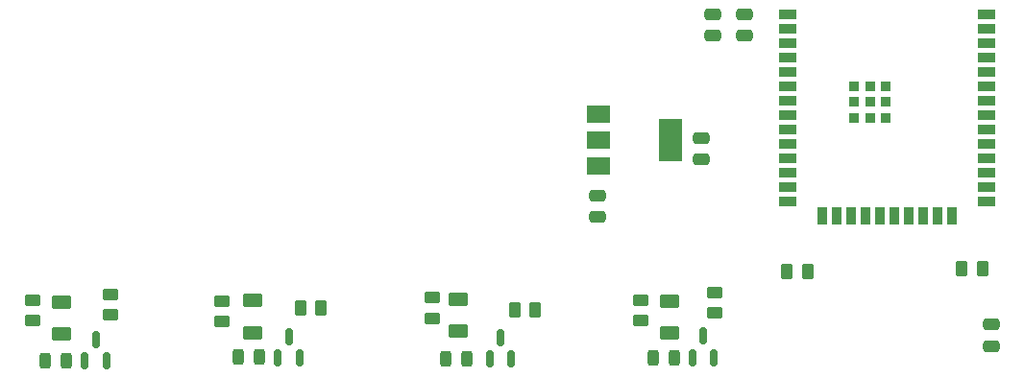
<source format=gbr>
%TF.GenerationSoftware,KiCad,Pcbnew,7.0.8*%
%TF.CreationDate,2024-04-08T22:48:43+05:30*%
%TF.ProjectId,Esp32_relay,45737033-325f-4726-956c-61792e6b6963,rev?*%
%TF.SameCoordinates,PX4046330PY7125ac8*%
%TF.FileFunction,Paste,Top*%
%TF.FilePolarity,Positive*%
%FSLAX46Y46*%
G04 Gerber Fmt 4.6, Leading zero omitted, Abs format (unit mm)*
G04 Created by KiCad (PCBNEW 7.0.8) date 2024-04-08 22:48:43*
%MOMM*%
%LPD*%
G01*
G04 APERTURE LIST*
G04 Aperture macros list*
%AMRoundRect*
0 Rectangle with rounded corners*
0 $1 Rounding radius*
0 $2 $3 $4 $5 $6 $7 $8 $9 X,Y pos of 4 corners*
0 Add a 4 corners polygon primitive as box body*
4,1,4,$2,$3,$4,$5,$6,$7,$8,$9,$2,$3,0*
0 Add four circle primitives for the rounded corners*
1,1,$1+$1,$2,$3*
1,1,$1+$1,$4,$5*
1,1,$1+$1,$6,$7*
1,1,$1+$1,$8,$9*
0 Add four rect primitives between the rounded corners*
20,1,$1+$1,$2,$3,$4,$5,0*
20,1,$1+$1,$4,$5,$6,$7,0*
20,1,$1+$1,$6,$7,$8,$9,0*
20,1,$1+$1,$8,$9,$2,$3,0*%
G04 Aperture macros list end*
%ADD10RoundRect,0.243750X-0.243750X-0.456250X0.243750X-0.456250X0.243750X0.456250X-0.243750X0.456250X0*%
%ADD11RoundRect,0.250000X0.450000X-0.262500X0.450000X0.262500X-0.450000X0.262500X-0.450000X-0.262500X0*%
%ADD12RoundRect,0.250000X0.475000X-0.250000X0.475000X0.250000X-0.475000X0.250000X-0.475000X-0.250000X0*%
%ADD13RoundRect,0.250000X-0.475000X0.250000X-0.475000X-0.250000X0.475000X-0.250000X0.475000X0.250000X0*%
%ADD14RoundRect,0.150000X0.150000X-0.587500X0.150000X0.587500X-0.150000X0.587500X-0.150000X-0.587500X0*%
%ADD15RoundRect,0.250000X-0.450000X0.262500X-0.450000X-0.262500X0.450000X-0.262500X0.450000X0.262500X0*%
%ADD16RoundRect,0.250000X-0.625000X0.375000X-0.625000X-0.375000X0.625000X-0.375000X0.625000X0.375000X0*%
%ADD17R,1.500000X0.900000*%
%ADD18R,0.900000X1.500000*%
%ADD19R,0.900000X0.900000*%
%ADD20RoundRect,0.250000X0.262500X0.450000X-0.262500X0.450000X-0.262500X-0.450000X0.262500X-0.450000X0*%
%ADD21RoundRect,0.250000X-0.262500X-0.450000X0.262500X-0.450000X0.262500X0.450000X-0.262500X0.450000X0*%
%ADD22R,2.000000X1.500000*%
%ADD23R,2.000000X3.800000*%
G04 APERTURE END LIST*
D10*
%TO.C,D8*%
X67769500Y33706200D03*
X69644500Y33706200D03*
%TD*%
D11*
%TO.C,R3*%
X48370800Y37167500D03*
X48370800Y38992500D03*
%TD*%
D12*
%TO.C,C1*%
X97627000Y34738200D03*
X97627000Y36638200D03*
%TD*%
D13*
%TO.C,C5*%
X72009000Y53096200D03*
X72009000Y51196200D03*
%TD*%
%TO.C,C3*%
X62865000Y48016200D03*
X62865000Y46116200D03*
%TD*%
D14*
%TO.C,Q3*%
X53406000Y33581100D03*
X55306000Y33581100D03*
X54356000Y35456100D03*
%TD*%
D12*
%TO.C,C2*%
X73025000Y62118200D03*
X73025000Y64018200D03*
%TD*%
D15*
%TO.C,R8*%
X73253600Y39493200D03*
X73253600Y37668200D03*
%TD*%
D14*
%TO.C,Q4*%
X71262200Y33733500D03*
X73162200Y33733500D03*
X72212200Y35608500D03*
%TD*%
D16*
%TO.C,D2*%
X32461200Y38738000D03*
X32461200Y35938000D03*
%TD*%
D12*
%TO.C,C4*%
X75819000Y62118200D03*
X75819000Y64018200D03*
%TD*%
D17*
%TO.C,IC1*%
X79655000Y64010200D03*
X79655000Y62740200D03*
X79655000Y61470200D03*
X79655000Y60200200D03*
X79655000Y58930200D03*
X79655000Y57660200D03*
X79655000Y56390200D03*
X79655000Y55120200D03*
X79655000Y53850200D03*
X79655000Y52580200D03*
X79655000Y51310200D03*
X79655000Y50040200D03*
X79655000Y48770200D03*
X79655000Y47500200D03*
D18*
X82690000Y46250200D03*
X83960000Y46250200D03*
X85230000Y46250200D03*
X86500000Y46250200D03*
X87770000Y46250200D03*
X89040000Y46250200D03*
X90310000Y46250200D03*
X91580000Y46250200D03*
X92850000Y46250200D03*
X94120000Y46250200D03*
D17*
X97155000Y47500200D03*
X97155000Y48770200D03*
X97155000Y50040200D03*
X97155000Y51310200D03*
X97155000Y52580200D03*
X97155000Y53850200D03*
X97155000Y55120200D03*
X97155000Y56390200D03*
X97155000Y57660200D03*
X97155000Y58930200D03*
X97155000Y60200200D03*
X97155000Y61470200D03*
X97155000Y62740200D03*
X97155000Y64010200D03*
D19*
X85505000Y57690200D03*
X85505000Y56290200D03*
X85505000Y54890200D03*
X86905000Y54890200D03*
X88305000Y54890200D03*
X88305000Y56290200D03*
X88305000Y57690200D03*
X86905000Y57690200D03*
X86905000Y56290200D03*
%TD*%
D11*
%TO.C,R2*%
X29819600Y36882700D03*
X29819600Y38707700D03*
%TD*%
D14*
%TO.C,Q2*%
X34737000Y33708100D03*
X36637000Y33708100D03*
X35687000Y35583100D03*
%TD*%
D20*
%TO.C,R9*%
X96810500Y41588400D03*
X94985500Y41588400D03*
%TD*%
D14*
%TO.C,Q1*%
X17714600Y33456400D03*
X19614600Y33456400D03*
X18664600Y35331400D03*
%TD*%
D10*
%TO.C,D5*%
X14175500Y33417200D03*
X16050500Y33417200D03*
%TD*%
D11*
%TO.C,R1*%
X13081000Y36973200D03*
X13081000Y38798200D03*
%TD*%
D10*
%TO.C,D7*%
X49516100Y33638000D03*
X51391100Y33638000D03*
%TD*%
D16*
%TO.C,D3*%
X50656800Y38848000D03*
X50656800Y36048000D03*
%TD*%
%TO.C,D1*%
X15621000Y38627200D03*
X15621000Y35827200D03*
%TD*%
D10*
%TO.C,D6*%
X31193500Y33782000D03*
X33068500Y33782000D03*
%TD*%
D20*
%TO.C,R7*%
X57411300Y37956000D03*
X55586300Y37956000D03*
%TD*%
D11*
%TO.C,R5*%
X19939000Y37481200D03*
X19939000Y39306200D03*
%TD*%
D21*
%TO.C,R10*%
X79606000Y41282400D03*
X81431000Y41282400D03*
%TD*%
D22*
%TO.C,U1*%
X63017000Y55208200D03*
X63017000Y52908200D03*
D23*
X69317000Y52908200D03*
D22*
X63017000Y50608200D03*
%TD*%
D16*
%TO.C,D4*%
X69215000Y38662200D03*
X69215000Y35862200D03*
%TD*%
D20*
%TO.C,R6*%
X38529900Y38125400D03*
X36704900Y38125400D03*
%TD*%
D11*
%TO.C,R4*%
X66675000Y36981700D03*
X66675000Y38806700D03*
%TD*%
M02*

</source>
